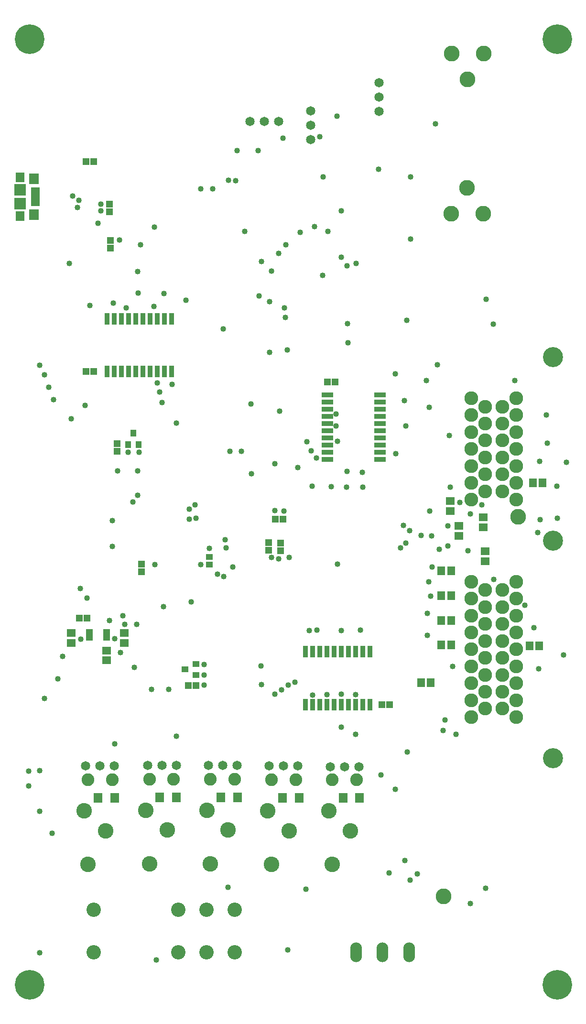
<source format=gbs>
G04*
G04 #@! TF.GenerationSoftware,Altium Limited,Altium Designer,18.1.9 (240)*
G04*
G04 Layer_Color=16711935*
%FSLAX25Y25*%
%MOIN*%
G70*
G01*
G75*
%ADD50R,0.06118X0.06709*%
%ADD51R,0.05528X0.06315*%
%ADD54R,0.06315X0.05528*%
%ADD57R,0.07890X0.03559*%
%ADD60R,0.04740X0.04347*%
%ADD61R,0.04937X0.04543*%
%ADD62R,0.04543X0.04937*%
%ADD72R,0.04543X0.02181*%
%ADD76R,0.06315X0.06709*%
%ADD79R,0.03559X0.07890*%
%ADD80C,0.20685*%
%ADD81C,0.11000*%
%ADD82C,0.06512*%
%ADD83C,0.13992*%
%ADD84C,0.09661*%
%ADD85C,0.10055*%
%ADD86C,0.10843*%
%ADD87C,0.08874*%
%ADD88O,0.08087X0.13795*%
%ADD89C,0.04000*%
%ADD114R,0.04543X0.04150*%
%ADD115R,0.04150X0.04543*%
%ADD116R,0.06315X0.02575*%
%ADD117R,0.08480X0.08480*%
%ADD118R,0.06512X0.07299*%
D50*
X310236Y600374D02*
D03*
Y573406D02*
D03*
D51*
X672342Y273622D02*
D03*
X665453D02*
D03*
X604035Y291339D02*
D03*
X610925D02*
D03*
Y274410D02*
D03*
X604035D02*
D03*
X596752Y248031D02*
D03*
X589862D02*
D03*
X610925Y325984D02*
D03*
X604035D02*
D03*
X610925Y308661D02*
D03*
X604035D02*
D03*
X667815Y387402D02*
D03*
X674705D02*
D03*
D54*
X346063Y282579D02*
D03*
Y275689D02*
D03*
X370669Y270473D02*
D03*
Y263583D02*
D03*
X383071Y282579D02*
D03*
Y275689D02*
D03*
X616142Y357382D02*
D03*
Y350492D02*
D03*
X633228Y363287D02*
D03*
Y356398D02*
D03*
X634646Y332776D02*
D03*
Y339665D02*
D03*
X610236Y374705D02*
D03*
Y367815D02*
D03*
D57*
X561319Y448878D02*
D03*
Y443878D02*
D03*
Y438878D02*
D03*
Y433878D02*
D03*
Y428878D02*
D03*
Y423878D02*
D03*
Y418878D02*
D03*
Y413878D02*
D03*
Y408878D02*
D03*
Y403878D02*
D03*
X524508Y448878D02*
D03*
Y443878D02*
D03*
Y438878D02*
D03*
Y433878D02*
D03*
Y428878D02*
D03*
Y423878D02*
D03*
Y418878D02*
D03*
Y413878D02*
D03*
Y408878D02*
D03*
Y403878D02*
D03*
D60*
X442126Y335630D02*
D03*
Y330512D02*
D03*
D61*
X483465Y340256D02*
D03*
Y345571D02*
D03*
X492028Y339921D02*
D03*
Y345236D02*
D03*
X378051Y409547D02*
D03*
Y414862D02*
D03*
X394882Y325315D02*
D03*
Y330630D02*
D03*
X372441Y576476D02*
D03*
Y581791D02*
D03*
X373228Y556496D02*
D03*
Y551181D02*
D03*
D62*
X488287Y362205D02*
D03*
X493602D02*
D03*
X356988Y292913D02*
D03*
X351673D02*
D03*
X433071Y246063D02*
D03*
X427756D02*
D03*
X361457Y611417D02*
D03*
X356142D02*
D03*
X529921Y457874D02*
D03*
X524606D02*
D03*
X356201Y464961D02*
D03*
X361516D02*
D03*
X562697Y232776D02*
D03*
X568012D02*
D03*
D72*
X358465Y278543D02*
D03*
Y280512D02*
D03*
Y282480D02*
D03*
Y284449D02*
D03*
X370669Y278543D02*
D03*
Y280512D02*
D03*
Y282480D02*
D03*
Y284449D02*
D03*
D76*
X364567Y167717D02*
D03*
X376181D02*
D03*
X407677Y168110D02*
D03*
X419291D02*
D03*
X493307Y167717D02*
D03*
X504921D02*
D03*
X535433Y167717D02*
D03*
X547047D02*
D03*
X450394Y168110D02*
D03*
X462008D02*
D03*
D79*
X416004Y465059D02*
D03*
X411004D02*
D03*
X406004D02*
D03*
X401004D02*
D03*
X396004D02*
D03*
X391004D02*
D03*
X386004D02*
D03*
X381004D02*
D03*
X376004D02*
D03*
X371004D02*
D03*
X416004Y501870D02*
D03*
X411004D02*
D03*
X406004D02*
D03*
X401004D02*
D03*
X396004D02*
D03*
X391004D02*
D03*
X386004D02*
D03*
X381004D02*
D03*
X376004D02*
D03*
X371004D02*
D03*
X554390Y232776D02*
D03*
X549390D02*
D03*
X544390D02*
D03*
X539390D02*
D03*
X534390D02*
D03*
X529390D02*
D03*
X524390D02*
D03*
X519390D02*
D03*
X514390D02*
D03*
X509390D02*
D03*
X554390Y269587D02*
D03*
X549390D02*
D03*
X544390D02*
D03*
X539390D02*
D03*
X534390D02*
D03*
X529390D02*
D03*
X524390D02*
D03*
X519390D02*
D03*
X514390D02*
D03*
X509390D02*
D03*
D80*
X316929Y37402D02*
D03*
X685039D02*
D03*
Y696850D02*
D03*
X316929D02*
D03*
D81*
X611102Y686614D02*
D03*
X633465D02*
D03*
X622283Y668720D02*
D03*
X633228Y575020D02*
D03*
X610866D02*
D03*
X622047Y592913D02*
D03*
X605512Y99213D02*
D03*
X657480Y363779D02*
D03*
D82*
X490709Y639370D02*
D03*
X480709D02*
D03*
X470709D02*
D03*
X512992Y626614D02*
D03*
Y636614D02*
D03*
Y646614D02*
D03*
X560630Y666299D02*
D03*
Y656299D02*
D03*
Y646299D02*
D03*
X376043Y190157D02*
D03*
X366043D02*
D03*
X356043D02*
D03*
X419153Y190551D02*
D03*
X409154D02*
D03*
X399153D02*
D03*
X461476D02*
D03*
X451476D02*
D03*
X441476D02*
D03*
X503996Y190157D02*
D03*
X493996D02*
D03*
X483996D02*
D03*
X546516Y189370D02*
D03*
X536516D02*
D03*
X526516D02*
D03*
D83*
X681890Y195472D02*
D03*
Y347047D02*
D03*
Y475000D02*
D03*
D84*
X624803Y446457D02*
D03*
Y434646D02*
D03*
Y422835D02*
D03*
Y411024D02*
D03*
Y399213D02*
D03*
Y387402D02*
D03*
Y375590D02*
D03*
X634646Y440551D02*
D03*
Y428740D02*
D03*
Y416929D02*
D03*
Y405118D02*
D03*
Y393307D02*
D03*
Y381496D02*
D03*
X646457Y440551D02*
D03*
Y428740D02*
D03*
Y416929D02*
D03*
Y405118D02*
D03*
Y393307D02*
D03*
Y381496D02*
D03*
X656299Y446457D02*
D03*
Y434646D02*
D03*
Y422835D02*
D03*
Y411024D02*
D03*
Y399213D02*
D03*
Y387402D02*
D03*
Y375590D02*
D03*
Y224016D02*
D03*
Y235827D02*
D03*
Y247638D02*
D03*
Y259449D02*
D03*
Y271260D02*
D03*
Y283071D02*
D03*
Y294882D02*
D03*
Y306693D02*
D03*
Y318504D02*
D03*
X646457Y229921D02*
D03*
Y241732D02*
D03*
Y253543D02*
D03*
Y265354D02*
D03*
Y277165D02*
D03*
Y288976D02*
D03*
Y300787D02*
D03*
Y312598D02*
D03*
X634646Y229921D02*
D03*
Y241732D02*
D03*
Y253543D02*
D03*
Y265354D02*
D03*
Y277165D02*
D03*
Y288976D02*
D03*
Y300787D02*
D03*
Y312598D02*
D03*
X624803Y224016D02*
D03*
Y235827D02*
D03*
Y247638D02*
D03*
Y259449D02*
D03*
Y271260D02*
D03*
Y283071D02*
D03*
Y294882D02*
D03*
Y306693D02*
D03*
Y318504D02*
D03*
D85*
X361500Y89567D02*
D03*
Y60039D02*
D03*
X440240D02*
D03*
X420555D02*
D03*
X440240Y89567D02*
D03*
X420555D02*
D03*
X459925Y60039D02*
D03*
Y89567D02*
D03*
D86*
X528051Y121260D02*
D03*
X525492Y158661D02*
D03*
X540453Y144882D02*
D03*
X485532Y121260D02*
D03*
X482972Y158661D02*
D03*
X497933Y144882D02*
D03*
X443012Y121653D02*
D03*
X440453Y159055D02*
D03*
X455413Y145276D02*
D03*
X400492Y121653D02*
D03*
X397933Y159055D02*
D03*
X412894Y145276D02*
D03*
X357579Y121260D02*
D03*
X355020Y158661D02*
D03*
X369980Y144882D02*
D03*
D87*
X544980Y180315D02*
D03*
X528051D02*
D03*
X502461D02*
D03*
X485532D02*
D03*
X459941Y180709D02*
D03*
X443012D02*
D03*
X417421D02*
D03*
X400492D02*
D03*
X374508Y180315D02*
D03*
X357579D02*
D03*
D88*
X581496Y60039D02*
D03*
X562992D02*
D03*
X544488D02*
D03*
D89*
X572025Y463386D02*
D03*
X579921Y500787D02*
D03*
X495669Y553543D02*
D03*
X478740Y541732D02*
D03*
X538189Y538583D02*
D03*
X521260Y531890D02*
D03*
X531496Y416535D02*
D03*
X530709Y427165D02*
D03*
Y435433D02*
D03*
X316142Y186221D02*
D03*
X381890Y294882D02*
D03*
X497244Y246260D02*
D03*
X501968Y248425D02*
D03*
X492520Y242913D02*
D03*
X512077Y284508D02*
D03*
X409154Y443307D02*
D03*
X407480Y450787D02*
D03*
X419291Y429134D02*
D03*
X405905Y457087D02*
D03*
X419153Y210630D02*
D03*
X503937Y398031D02*
D03*
X324016Y158501D02*
D03*
X316142Y175984D02*
D03*
X324016Y186614D02*
D03*
X327165Y237008D02*
D03*
X330315Y453937D02*
D03*
X333465Y445276D02*
D03*
X491339Y437402D02*
D03*
X635335Y515354D02*
D03*
X610138Y384390D02*
D03*
X632283Y372047D02*
D03*
X624409Y365748D02*
D03*
X616929Y373622D02*
D03*
X677953Y414961D02*
D03*
X691339Y401575D02*
D03*
X684646Y385039D02*
D03*
X601181Y469685D02*
D03*
X611811Y259449D02*
D03*
X672047Y257874D02*
D03*
X689370Y267323D02*
D03*
X662303Y301969D02*
D03*
X609685Y420472D02*
D03*
X640551Y320079D02*
D03*
X476378Y618898D02*
D03*
X622441Y340158D02*
D03*
X577559Y357874D02*
D03*
X514173Y239370D02*
D03*
X478740Y246850D02*
D03*
X383268Y288583D02*
D03*
X671260Y352756D02*
D03*
X685039Y362598D02*
D03*
X432283Y372047D02*
D03*
X433070Y362598D02*
D03*
X488091Y368012D02*
D03*
X388976Y374016D02*
D03*
X339763Y266535D02*
D03*
X336643Y250787D02*
D03*
X366535Y577165D02*
D03*
Y581791D02*
D03*
X351378Y584252D02*
D03*
X346850Y587499D02*
D03*
X324016Y59842D02*
D03*
X624409Y94095D02*
D03*
X635039Y104724D02*
D03*
X578740Y124016D02*
D03*
X582283Y110236D02*
D03*
X496850Y61811D02*
D03*
X332677Y142913D02*
D03*
X405118Y54724D02*
D03*
X455413Y105512D02*
D03*
X509449Y103937D02*
D03*
X567717Y115354D02*
D03*
X587402Y114567D02*
D03*
X375197Y512598D02*
D03*
X346063Y431890D02*
D03*
X355512Y441339D02*
D03*
X344488Y540551D02*
D03*
X403937Y565748D02*
D03*
X404331Y330512D02*
D03*
X593504Y458661D02*
D03*
X655118D02*
D03*
X596457Y308268D02*
D03*
X594095Y296457D02*
D03*
Y281102D02*
D03*
X403543Y510236D02*
D03*
X392126Y534646D02*
D03*
X495276Y502756D02*
D03*
X496457Y479921D02*
D03*
X677165Y434646D02*
D03*
X672441Y402362D02*
D03*
X672835Y361811D02*
D03*
X668504Y286221D02*
D03*
X324016Y469291D02*
D03*
X494488Y509449D02*
D03*
X484252Y513779D02*
D03*
X471654Y393701D02*
D03*
X582677Y600591D02*
D03*
Y557300D02*
D03*
X524803Y562732D02*
D03*
X493701Y627651D02*
D03*
X519291Y628721D02*
D03*
X572025Y173622D02*
D03*
X561811Y183836D02*
D03*
X374705Y342903D02*
D03*
X352362Y313779D02*
D03*
X374705Y361024D02*
D03*
X538878Y484917D02*
D03*
X538583Y498425D02*
D03*
X425934Y514567D02*
D03*
X364745Y568504D02*
D03*
X498032Y335546D02*
D03*
X380315Y268898D02*
D03*
X376181Y278740D02*
D03*
X391732Y288583D02*
D03*
X389764Y258661D02*
D03*
X494095Y367815D02*
D03*
X608661Y357480D02*
D03*
Y343307D02*
D03*
X484252Y478346D02*
D03*
X451968Y494882D02*
D03*
X429528Y304331D02*
D03*
X595276Y318504D02*
D03*
X597638Y328740D02*
D03*
X531496Y330709D02*
D03*
X488091Y400689D02*
D03*
X401968Y243307D02*
D03*
X442126Y341732D02*
D03*
X357087Y307087D02*
D03*
X490551Y547244D02*
D03*
X436279Y592461D02*
D03*
X600000Y637795D02*
D03*
X544488Y540551D02*
D03*
X549390Y384252D02*
D03*
X537795D02*
D03*
X527165Y384646D02*
D03*
X513779Y385039D02*
D03*
X548819Y394882D02*
D03*
X538189Y395276D02*
D03*
X487795Y240158D02*
D03*
X544390Y239606D02*
D03*
X534390Y240158D02*
D03*
X524409Y239764D02*
D03*
X595669Y440158D02*
D03*
X605118Y214567D02*
D03*
X580315Y199803D02*
D03*
X572185Y407618D02*
D03*
X471260Y442520D02*
D03*
X579134Y345276D02*
D03*
X394094Y553543D02*
D03*
X372441Y291339D02*
D03*
X352756Y278346D02*
D03*
X606693Y222047D02*
D03*
X416142Y455905D02*
D03*
X544232Y212205D02*
D03*
X376181Y205512D02*
D03*
X327165Y462598D02*
D03*
X614173Y212205D02*
D03*
X534232Y216929D02*
D03*
X640158Y498032D02*
D03*
X476772Y517717D02*
D03*
X413779Y243307D02*
D03*
X464567Y409547D02*
D03*
X456693D02*
D03*
X444488Y592520D02*
D03*
X485433Y535138D02*
D03*
X410236Y301181D02*
D03*
X350394Y579528D02*
D03*
X490551Y334252D02*
D03*
X485532Y335433D02*
D03*
X513386Y409842D02*
D03*
X516929Y404724D02*
D03*
X510236Y416142D02*
D03*
X428346Y368898D02*
D03*
Y362205D02*
D03*
X385433Y408661D02*
D03*
X393110D02*
D03*
X392126Y378740D02*
D03*
X378229Y395669D02*
D03*
X392126D02*
D03*
X453937Y341929D02*
D03*
X452362Y322047D02*
D03*
X458661Y328740D02*
D03*
X453346Y347835D02*
D03*
X448032Y323622D02*
D03*
X438583Y246457D02*
D03*
X478346Y259842D02*
D03*
X438583Y260630D02*
D03*
Y253543D02*
D03*
X534390Y544882D02*
D03*
X466929Y562598D02*
D03*
X534252Y577165D02*
D03*
X560236Y605905D02*
D03*
X521457Y600591D02*
D03*
X515748Y566142D02*
D03*
X505512Y562205D02*
D03*
X461476Y618898D02*
D03*
X460630Y598032D02*
D03*
X455630Y598307D02*
D03*
X531102Y642913D02*
D03*
X359055Y511024D02*
D03*
X384252Y509449D02*
D03*
X392520Y519685D02*
D03*
X410630Y519291D02*
D03*
X436339Y330512D02*
D03*
X578346Y444882D02*
D03*
X579134Y427165D02*
D03*
X547638Y284843D02*
D03*
X534390Y284508D02*
D03*
X517323Y284646D02*
D03*
X575591Y342126D02*
D03*
X581890Y353937D02*
D03*
X589764Y350787D02*
D03*
X596063Y367717D02*
D03*
X597244Y350394D02*
D03*
X602756Y340945D02*
D03*
X379528Y556693D02*
D03*
D114*
X425197Y257283D02*
D03*
X433071Y253543D02*
D03*
Y261024D02*
D03*
D115*
X389272Y422047D02*
D03*
X385531Y414173D02*
D03*
X393012D02*
D03*
D116*
X320768Y584331D02*
D03*
Y586890D02*
D03*
Y592008D02*
D03*
Y589449D02*
D03*
Y581772D02*
D03*
D117*
X310236Y591614D02*
D03*
Y582165D02*
D03*
D118*
X319882Y599488D02*
D03*
Y574291D02*
D03*
M02*

</source>
